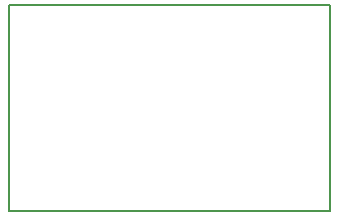
<source format=gbr>
G04 #@! TF.GenerationSoftware,KiCad,Pcbnew,5.1.5-52549c5~84~ubuntu18.04.1*
G04 #@! TF.CreationDate,2020-05-04T21:01:36+02:00*
G04 #@! TF.ProjectId,rs485_adapter,72733438-355f-4616-9461-707465722e6b,rev?*
G04 #@! TF.SameCoordinates,Original*
G04 #@! TF.FileFunction,Profile,NP*
%FSLAX46Y46*%
G04 Gerber Fmt 4.6, Leading zero omitted, Abs format (unit mm)*
G04 Created by KiCad (PCBNEW 5.1.5-52549c5~84~ubuntu18.04.1) date 2020-05-04 21:01:36*
%MOMM*%
%LPD*%
G04 APERTURE LIST*
%ADD10C,0.150000*%
G04 APERTURE END LIST*
D10*
X117600000Y-113800000D02*
X117600000Y-96400000D01*
X144800000Y-113800000D02*
X117600000Y-113800000D01*
X144800000Y-96400000D02*
X144800000Y-113800000D01*
X117600000Y-96400000D02*
X144800000Y-96400000D01*
M02*

</source>
